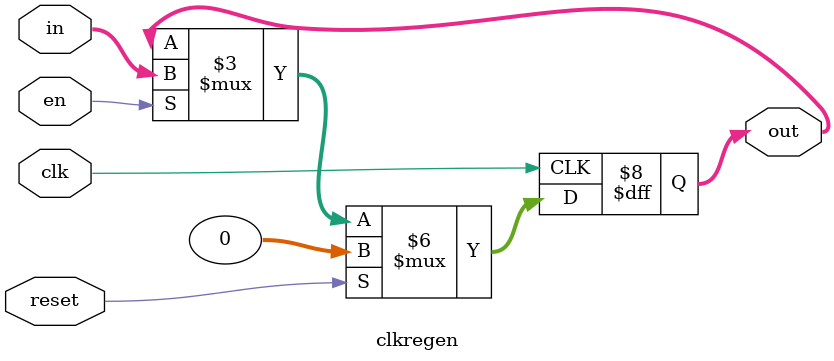
<source format=v>
`timescale 1ns / 1ps
module clkregen #(parameter size = 31)(
input clk, en, reset,
input[size:0] in, 
output reg[size:0] out
    );
	 
initial 
	begin
		out <= 0;
	end

always @ (posedge clk)
	
	if(reset) out <= 0;
	else 	
		begin
			if(en) out <= in;
		end

endmodule


</source>
